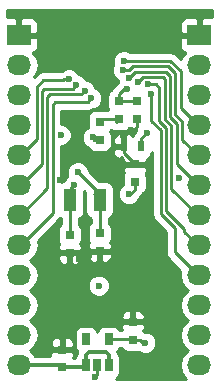
<source format=gbr>
G04 #@! TF.FileFunction,Copper,L4,Bot,Signal*
%FSLAX46Y46*%
G04 Gerber Fmt 4.6, Leading zero omitted, Abs format (unit mm)*
G04 Created by KiCad (PCBNEW 4.0.4-stable) date 06/20/17 22:04:30*
%MOMM*%
%LPD*%
G01*
G04 APERTURE LIST*
%ADD10C,0.100000*%
%ADD11R,2.032000X1.727200*%
%ADD12O,2.032000X1.727200*%
%ADD13R,0.750000X0.800000*%
%ADD14R,0.500000X0.900000*%
%ADD15R,0.650000X1.060000*%
%ADD16R,1.100000X1.900000*%
%ADD17C,0.600000*%
%ADD18C,0.350000*%
%ADD19C,0.250000*%
%ADD20C,0.254000*%
G04 APERTURE END LIST*
D10*
D11*
X27000000Y-20000000D03*
D12*
X27000000Y-22540000D03*
X27000000Y-25080000D03*
X27000000Y-27620000D03*
X27000000Y-30160000D03*
X27000000Y-32700000D03*
X27000000Y-35240000D03*
X27000000Y-37780000D03*
X27000000Y-40320000D03*
X27000000Y-42860000D03*
X27000000Y-45400000D03*
X27000000Y-47940000D03*
D11*
X42300000Y-20000000D03*
D12*
X42300000Y-22540000D03*
X42300000Y-25080000D03*
X42300000Y-27620000D03*
X42300000Y-30160000D03*
X42300000Y-32700000D03*
X42300000Y-35240000D03*
X42300000Y-37780000D03*
X42300000Y-40320000D03*
X42300000Y-42860000D03*
X42300000Y-45400000D03*
X42300000Y-47940000D03*
D13*
X30670500Y-48121000D03*
X30670500Y-46621000D03*
X36639500Y-45771500D03*
X36639500Y-44271500D03*
X36830000Y-32436500D03*
X36830000Y-30936500D03*
X37020500Y-25602500D03*
X37020500Y-27102500D03*
X31305500Y-38405500D03*
X31305500Y-36905500D03*
X33845500Y-38278500D03*
X33845500Y-36778500D03*
X33845500Y-27380500D03*
X33845500Y-28880500D03*
X35496500Y-25602500D03*
X35496500Y-27102500D03*
D14*
X35889500Y-29400500D03*
X37389500Y-29400500D03*
D15*
X34605000Y-47963000D03*
X33655000Y-47963000D03*
X32705000Y-47963000D03*
X32705000Y-45763000D03*
X34605000Y-45763000D03*
D16*
X33845500Y-33972500D03*
X31345500Y-33972500D03*
D17*
X30506500Y-32295000D03*
X40555480Y-32131000D03*
X37531500Y-34226500D03*
X35814000Y-28448000D03*
X35623500Y-43688000D03*
X33439500Y-48958500D03*
X29652500Y-46228000D03*
X32956500Y-38735000D03*
X32131000Y-38989000D03*
X36512500Y-28003500D03*
X30543500Y-28448000D03*
X36323020Y-33464500D03*
X37719000Y-46037500D03*
X33782000Y-41211500D03*
X37832500Y-28257500D03*
X36131500Y-24574500D03*
X31703999Y-32685001D03*
X32004000Y-31623000D03*
X33274000Y-28653998D03*
X35830847Y-22990517D03*
X35889143Y-22192642D03*
X36322000Y-23622000D03*
X37084000Y-24003000D03*
X37909500Y-24179000D03*
X38237000Y-24954000D03*
X31251500Y-23749000D03*
X31877000Y-24257000D03*
X32575500Y-24701500D03*
X33147000Y-25336500D03*
D18*
X32705000Y-47963000D02*
X32705000Y-47083000D01*
X32705000Y-47083000D02*
X32925000Y-46863000D01*
X32925000Y-46863000D02*
X34385000Y-46863000D01*
X34385000Y-46863000D02*
X34605000Y-47083000D01*
X34605000Y-47083000D02*
X34605000Y-47963000D01*
X30670500Y-48121000D02*
X32547000Y-48121000D01*
X32547000Y-48121000D02*
X32705000Y-47963000D01*
X27000000Y-47940000D02*
X30489500Y-47940000D01*
X30489500Y-47940000D02*
X30670500Y-48121000D01*
D19*
X35814000Y-28625000D02*
X35814000Y-28448000D01*
X35889500Y-29400500D02*
X35889500Y-28700500D01*
X35889500Y-28700500D02*
X35814000Y-28625000D01*
X35889500Y-29400500D02*
X35889500Y-29996000D01*
X35889500Y-29996000D02*
X36830000Y-30936500D01*
X35889500Y-29400500D02*
X35889500Y-29098000D01*
X35687000Y-43944000D02*
X35687000Y-43751500D01*
X35687000Y-43751500D02*
X35623500Y-43688000D01*
X36639500Y-44271500D02*
X36014500Y-44271500D01*
X36014500Y-44271500D02*
X35687000Y-43944000D01*
X33655000Y-47963000D02*
X33655000Y-48743000D01*
X33655000Y-48743000D02*
X33439500Y-48958500D01*
X30670500Y-46621000D02*
X30045500Y-46621000D01*
X30045500Y-46621000D02*
X29652500Y-46228000D01*
X32956500Y-38542500D02*
X32956500Y-38735000D01*
X33845500Y-38278500D02*
X33220500Y-38278500D01*
X33220500Y-38278500D02*
X32956500Y-38542500D01*
X32131000Y-38606000D02*
X32131000Y-38989000D01*
X31305500Y-38405500D02*
X31930500Y-38405500D01*
X31930500Y-38405500D02*
X32131000Y-38606000D01*
X36769500Y-28003500D02*
X36512500Y-28003500D01*
X37020500Y-27102500D02*
X37020500Y-27752500D01*
X37020500Y-27752500D02*
X36769500Y-28003500D01*
X36452000Y-33464500D02*
X36323020Y-33464500D01*
X36830000Y-32436500D02*
X36830000Y-33086500D01*
X36830000Y-33086500D02*
X36452000Y-33464500D01*
X37530500Y-46037500D02*
X37719000Y-46037500D01*
X36639500Y-45771500D02*
X37264500Y-45771500D01*
X37264500Y-45771500D02*
X37530500Y-46037500D01*
X34605000Y-45763000D02*
X36631000Y-45763000D01*
X36631000Y-45763000D02*
X36639500Y-45771500D01*
X37389500Y-29400500D02*
X37389500Y-28700500D01*
X37389500Y-28700500D02*
X37832500Y-28257500D01*
X35874500Y-24574500D02*
X36131500Y-24574500D01*
X35496500Y-25602500D02*
X35496500Y-24952500D01*
X35496500Y-24952500D02*
X35874500Y-24574500D01*
X37020500Y-25602500D02*
X35496500Y-25602500D01*
X31345500Y-33972500D02*
X31345500Y-33043500D01*
X31345500Y-33043500D02*
X31703999Y-32685001D01*
X31345500Y-33972500D02*
X31345500Y-36865500D01*
X31345500Y-36865500D02*
X31305500Y-36905500D01*
X32004000Y-31623000D02*
X33845500Y-33464500D01*
X33845500Y-33464500D02*
X33845500Y-33972500D01*
X33337500Y-33464500D02*
X33845500Y-33972500D01*
X33845500Y-33972500D02*
X33845500Y-36778500D01*
X35496500Y-27102500D02*
X34123500Y-27102500D01*
X34123500Y-27102500D02*
X33845500Y-27380500D01*
X35218500Y-27380500D02*
X35496500Y-27102500D01*
X35445000Y-27051000D02*
X35496500Y-27102500D01*
X35427491Y-27051000D02*
X35478991Y-27102500D01*
X33389000Y-28880500D02*
X33274000Y-28765500D01*
X33274000Y-28765500D02*
X33274000Y-28653998D01*
X33845500Y-28880500D02*
X33389000Y-28880500D01*
X40253490Y-26727990D02*
X40253490Y-23245100D01*
X36653609Y-22653981D02*
X39662371Y-22653981D01*
X39662371Y-22653981D02*
X40253490Y-23245100D01*
X35830847Y-22990517D02*
X36317073Y-22990517D01*
X36317073Y-22990517D02*
X36653609Y-22653981D01*
X40830500Y-27305000D02*
X40830500Y-28842900D01*
X40830500Y-28842900D02*
X42147600Y-30160000D01*
X42147600Y-30160000D02*
X42300000Y-30160000D01*
X40253490Y-26727990D02*
X40830500Y-27305000D01*
X35889143Y-22192642D02*
X39837442Y-22192642D01*
X39837442Y-22192642D02*
X40703500Y-23058700D01*
X40703500Y-23058700D02*
X40703500Y-26175900D01*
X40703500Y-26175900D02*
X42147600Y-27620000D01*
X42147600Y-27620000D02*
X42300000Y-27620000D01*
X39803480Y-23431500D02*
X39803480Y-26914390D01*
X37346601Y-23103989D02*
X39475969Y-23103989D01*
X39475969Y-23103989D02*
X39803480Y-23431500D01*
X36322000Y-23622000D02*
X36840010Y-23103990D01*
X36840010Y-23103990D02*
X37346601Y-23103989D01*
X40380490Y-27491400D02*
X40380490Y-30932890D01*
X40380490Y-30932890D02*
X42147600Y-32700000D01*
X42147600Y-32700000D02*
X42300000Y-32700000D01*
X39803480Y-26914390D02*
X40380490Y-27491400D01*
X37084000Y-24003000D02*
X37533001Y-23553999D01*
X37533001Y-23553999D02*
X39174999Y-23553999D01*
X39174999Y-23553999D02*
X39353470Y-23732470D01*
X39930480Y-33022880D02*
X42147600Y-35240000D01*
X39353470Y-23732470D02*
X39353471Y-27100791D01*
X39930480Y-27677800D02*
X39930480Y-33022880D01*
X39353471Y-27100791D02*
X39930480Y-27677800D01*
X42147600Y-35240000D02*
X42300000Y-35240000D01*
X41021000Y-36449000D02*
X41021000Y-36653400D01*
X41021000Y-36653400D02*
X42147600Y-37780000D01*
X42147600Y-37780000D02*
X42300000Y-37780000D01*
X39480470Y-34908470D02*
X41021000Y-36449000D01*
X39480470Y-27864200D02*
X39480470Y-34908470D01*
X38903462Y-27287192D02*
X39480470Y-27864200D01*
X38862000Y-24447500D02*
X38862000Y-27245728D01*
X38862000Y-27245728D02*
X38903462Y-27287192D01*
X38593500Y-24179000D02*
X38862000Y-24447500D01*
X37909500Y-24179000D02*
X38593500Y-24179000D01*
X42300000Y-40320000D02*
X42147600Y-40320000D01*
X42147600Y-40320000D02*
X40195500Y-38367900D01*
X40195500Y-38367900D02*
X40195500Y-36322000D01*
X40195500Y-36322000D02*
X39030460Y-35156960D01*
X39030460Y-28050600D02*
X38237000Y-27257140D01*
X39030460Y-35156960D02*
X39030460Y-28050600D01*
X38237000Y-27257140D02*
X38237000Y-24954000D01*
X28511500Y-24384000D02*
X28511500Y-28800900D01*
X28511500Y-28800900D02*
X27152400Y-30160000D01*
X27152400Y-30160000D02*
X27000000Y-30160000D01*
X29083000Y-23812500D02*
X28511500Y-24384000D01*
X30763736Y-23812500D02*
X29083000Y-23812500D01*
X31251500Y-23749000D02*
X30827236Y-23749000D01*
X30827236Y-23749000D02*
X30763736Y-23812500D01*
X28961510Y-24724488D02*
X28961510Y-30890890D01*
X28961510Y-30890890D02*
X27152400Y-32700000D01*
X27152400Y-32700000D02*
X27000000Y-32700000D01*
X29128999Y-24556999D02*
X28961510Y-24724488D01*
X31877000Y-24257000D02*
X31577001Y-24556999D01*
X31577001Y-24556999D02*
X29128999Y-24556999D01*
X29411520Y-25261980D02*
X29411520Y-32980880D01*
X29411520Y-32980880D02*
X27152400Y-35240000D01*
X27152400Y-35240000D02*
X27000000Y-35240000D01*
X32258000Y-25019000D02*
X29654500Y-25019000D01*
X29654500Y-25019000D02*
X29411520Y-25261980D01*
X32575500Y-24701500D02*
X32258000Y-25019000D01*
X29861530Y-25891470D02*
X29861530Y-35070870D01*
X29861530Y-35070870D02*
X27152400Y-37780000D01*
X27152400Y-37780000D02*
X27000000Y-37780000D01*
X32829500Y-25654000D02*
X30099000Y-25654000D01*
X30099000Y-25654000D02*
X29861530Y-25891470D01*
X33147000Y-25336500D02*
X32829500Y-25654000D01*
D20*
G36*
X43359000Y-18501400D02*
X42585750Y-18501400D01*
X42427000Y-18660150D01*
X42427000Y-19873000D01*
X42447000Y-19873000D01*
X42447000Y-20127000D01*
X42427000Y-20127000D01*
X42427000Y-20147000D01*
X42173000Y-20147000D01*
X42173000Y-20127000D01*
X40807750Y-20127000D01*
X40649000Y-20285750D01*
X40649000Y-20989910D01*
X40745673Y-21223299D01*
X40924302Y-21401927D01*
X41077780Y-21465500D01*
X41055585Y-21480330D01*
X40730729Y-21966511D01*
X40723327Y-22003725D01*
X40374843Y-21655241D01*
X40128281Y-21490494D01*
X39837442Y-21432642D01*
X36451606Y-21432642D01*
X36419470Y-21400450D01*
X36075942Y-21257804D01*
X35703976Y-21257480D01*
X35360200Y-21399525D01*
X35096951Y-21662315D01*
X34954305Y-22005843D01*
X34953981Y-22377809D01*
X35013275Y-22521312D01*
X34896009Y-22803718D01*
X34895685Y-23175684D01*
X35037730Y-23519460D01*
X35300520Y-23782709D01*
X35392516Y-23820909D01*
X35442290Y-23941371D01*
X35365211Y-24018315D01*
X35337099Y-24037099D01*
X34959099Y-24415099D01*
X34798140Y-24655992D01*
X34670059Y-24738410D01*
X34525069Y-24950610D01*
X34474060Y-25202500D01*
X34474060Y-26002500D01*
X34518338Y-26237817D01*
X34585700Y-26342500D01*
X34267116Y-26342500D01*
X34220500Y-26333060D01*
X33470500Y-26333060D01*
X33235183Y-26377338D01*
X33019059Y-26516410D01*
X32874069Y-26728610D01*
X32823060Y-26980500D01*
X32823060Y-27780500D01*
X32831467Y-27825177D01*
X32745057Y-27860881D01*
X32481808Y-28123671D01*
X32339162Y-28467199D01*
X32338838Y-28839165D01*
X32480883Y-29182941D01*
X32743673Y-29446190D01*
X32863608Y-29495991D01*
X32867338Y-29515817D01*
X33006410Y-29731941D01*
X33218610Y-29876931D01*
X33470500Y-29927940D01*
X34220500Y-29927940D01*
X34455817Y-29883662D01*
X34671941Y-29744590D01*
X34816931Y-29532390D01*
X34867940Y-29280500D01*
X34867940Y-28824190D01*
X35004500Y-28824190D01*
X35004500Y-29114750D01*
X35163250Y-29273500D01*
X35764500Y-29273500D01*
X35764500Y-28474250D01*
X35605750Y-28315500D01*
X35513191Y-28315500D01*
X35279802Y-28412173D01*
X35101173Y-28590801D01*
X35004500Y-28824190D01*
X34867940Y-28824190D01*
X34867940Y-28480500D01*
X34823662Y-28245183D01*
X34749880Y-28130522D01*
X34802702Y-28053215D01*
X34869610Y-28098931D01*
X35121500Y-28149940D01*
X35871500Y-28149940D01*
X36106817Y-28105662D01*
X36255172Y-28010198D01*
X36285801Y-28040827D01*
X36519190Y-28137500D01*
X36734750Y-28137500D01*
X36893498Y-27978752D01*
X36893498Y-28121700D01*
X36852099Y-28163099D01*
X36687352Y-28409661D01*
X36665526Y-28519389D01*
X36641531Y-28554506D01*
X36499198Y-28412173D01*
X36265809Y-28315500D01*
X36173250Y-28315500D01*
X36014500Y-28474250D01*
X36014500Y-29273500D01*
X36036500Y-29273500D01*
X36036500Y-29527500D01*
X36014500Y-29527500D01*
X36014500Y-29547500D01*
X35764500Y-29547500D01*
X35764500Y-29527500D01*
X35163250Y-29527500D01*
X35004500Y-29686250D01*
X35004500Y-29976810D01*
X35101173Y-30210199D01*
X35279802Y-30388827D01*
X35513191Y-30485500D01*
X35605750Y-30485500D01*
X35762498Y-30328752D01*
X35762498Y-30485500D01*
X35820000Y-30485500D01*
X35820000Y-30650750D01*
X35978750Y-30809500D01*
X36703000Y-30809500D01*
X36703000Y-30789500D01*
X36957000Y-30789500D01*
X36957000Y-30809500D01*
X37681250Y-30809500D01*
X37840000Y-30650750D01*
X37840000Y-30460213D01*
X37874817Y-30453662D01*
X38090941Y-30314590D01*
X38235931Y-30102390D01*
X38270460Y-29931881D01*
X38270460Y-35156960D01*
X38328312Y-35447799D01*
X38493059Y-35694361D01*
X39435500Y-36636802D01*
X39435500Y-38367900D01*
X39493352Y-38658739D01*
X39658099Y-38905301D01*
X40692334Y-39939536D01*
X40616655Y-40320000D01*
X40730729Y-40893489D01*
X41055585Y-41379670D01*
X41370366Y-41590000D01*
X41055585Y-41800330D01*
X40730729Y-42286511D01*
X40616655Y-42860000D01*
X40730729Y-43433489D01*
X41055585Y-43919670D01*
X41370366Y-44130000D01*
X41055585Y-44340330D01*
X40730729Y-44826511D01*
X40616655Y-45400000D01*
X40730729Y-45973489D01*
X41055585Y-46459670D01*
X41370366Y-46670000D01*
X41055585Y-46880330D01*
X40730729Y-47366511D01*
X40616655Y-47940000D01*
X40730729Y-48513489D01*
X41055585Y-48999670D01*
X41166828Y-49074000D01*
X35199758Y-49074000D01*
X35381441Y-48957090D01*
X35526431Y-48744890D01*
X35577440Y-48493000D01*
X35577440Y-47433000D01*
X35533162Y-47197683D01*
X35395150Y-46983206D01*
X35353720Y-46774928D01*
X35381441Y-46757090D01*
X35526431Y-46544890D01*
X35530864Y-46523000D01*
X35736100Y-46523000D01*
X35800410Y-46622941D01*
X36012610Y-46767931D01*
X36264500Y-46818940D01*
X37014500Y-46818940D01*
X37152095Y-46793050D01*
X37188673Y-46829692D01*
X37532201Y-46972338D01*
X37904167Y-46972662D01*
X38247943Y-46830617D01*
X38511192Y-46567827D01*
X38653838Y-46224299D01*
X38654162Y-45852333D01*
X38512117Y-45508557D01*
X38249327Y-45245308D01*
X37905799Y-45102662D01*
X37604799Y-45102400D01*
X37589229Y-45091996D01*
X37551171Y-45032854D01*
X37552827Y-45031198D01*
X37649500Y-44797809D01*
X37649500Y-44557250D01*
X37490750Y-44398500D01*
X36766500Y-44398500D01*
X36766500Y-44418500D01*
X36512500Y-44418500D01*
X36512500Y-44398500D01*
X35788250Y-44398500D01*
X35629500Y-44557250D01*
X35629500Y-44797809D01*
X35714493Y-45003000D01*
X35534162Y-45003000D01*
X35533162Y-44997683D01*
X35394090Y-44781559D01*
X35181890Y-44636569D01*
X34930000Y-44585560D01*
X34280000Y-44585560D01*
X34044683Y-44629838D01*
X33828559Y-44768910D01*
X33683569Y-44981110D01*
X33655824Y-45118120D01*
X33633162Y-44997683D01*
X33494090Y-44781559D01*
X33281890Y-44636569D01*
X33030000Y-44585560D01*
X32380000Y-44585560D01*
X32144683Y-44629838D01*
X31928559Y-44768910D01*
X31783569Y-44981110D01*
X31732560Y-45233000D01*
X31732560Y-46293000D01*
X31776838Y-46528317D01*
X31915910Y-46744441D01*
X31956999Y-46772516D01*
X31956658Y-46773026D01*
X31913232Y-46991342D01*
X31783569Y-47181110D01*
X31757266Y-47311000D01*
X31612697Y-47311000D01*
X31680500Y-47147309D01*
X31680500Y-46906750D01*
X31521750Y-46748000D01*
X30797500Y-46748000D01*
X30797500Y-46768000D01*
X30543500Y-46768000D01*
X30543500Y-46748000D01*
X29819250Y-46748000D01*
X29660500Y-46906750D01*
X29660500Y-47130000D01*
X28411239Y-47130000D01*
X28244415Y-46880330D01*
X27929634Y-46670000D01*
X28244415Y-46459670D01*
X28488286Y-46094691D01*
X29660500Y-46094691D01*
X29660500Y-46335250D01*
X29819250Y-46494000D01*
X30543500Y-46494000D01*
X30543500Y-45744750D01*
X30797500Y-45744750D01*
X30797500Y-46494000D01*
X31521750Y-46494000D01*
X31680500Y-46335250D01*
X31680500Y-46094691D01*
X31583827Y-45861302D01*
X31405199Y-45682673D01*
X31171810Y-45586000D01*
X30956250Y-45586000D01*
X30797500Y-45744750D01*
X30543500Y-45744750D01*
X30384750Y-45586000D01*
X30169190Y-45586000D01*
X29935801Y-45682673D01*
X29757173Y-45861302D01*
X29660500Y-46094691D01*
X28488286Y-46094691D01*
X28569271Y-45973489D01*
X28683345Y-45400000D01*
X28569271Y-44826511D01*
X28244415Y-44340330D01*
X27929634Y-44130000D01*
X28244415Y-43919670D01*
X28360998Y-43745191D01*
X35629500Y-43745191D01*
X35629500Y-43985750D01*
X35788250Y-44144500D01*
X36512500Y-44144500D01*
X36512500Y-43395250D01*
X36766500Y-43395250D01*
X36766500Y-44144500D01*
X37490750Y-44144500D01*
X37649500Y-43985750D01*
X37649500Y-43745191D01*
X37552827Y-43511802D01*
X37374199Y-43333173D01*
X37140810Y-43236500D01*
X36925250Y-43236500D01*
X36766500Y-43395250D01*
X36512500Y-43395250D01*
X36353750Y-43236500D01*
X36138190Y-43236500D01*
X35904801Y-43333173D01*
X35726173Y-43511802D01*
X35629500Y-43745191D01*
X28360998Y-43745191D01*
X28569271Y-43433489D01*
X28683345Y-42860000D01*
X28569271Y-42286511D01*
X28244415Y-41800330D01*
X27929634Y-41590000D01*
X28218977Y-41396667D01*
X32846838Y-41396667D01*
X32988883Y-41740443D01*
X33251673Y-42003692D01*
X33595201Y-42146338D01*
X33967167Y-42146662D01*
X34310943Y-42004617D01*
X34574192Y-41741827D01*
X34716838Y-41398299D01*
X34717162Y-41026333D01*
X34575117Y-40682557D01*
X34312327Y-40419308D01*
X33968799Y-40276662D01*
X33596833Y-40276338D01*
X33253057Y-40418383D01*
X32989808Y-40681173D01*
X32847162Y-41024701D01*
X32846838Y-41396667D01*
X28218977Y-41396667D01*
X28244415Y-41379670D01*
X28569271Y-40893489D01*
X28683345Y-40320000D01*
X28569271Y-39746511D01*
X28244415Y-39260330D01*
X27929634Y-39050000D01*
X28244415Y-38839670D01*
X28343586Y-38691250D01*
X30295500Y-38691250D01*
X30295500Y-38931809D01*
X30392173Y-39165198D01*
X30570801Y-39343827D01*
X30804190Y-39440500D01*
X31019750Y-39440500D01*
X31178500Y-39281750D01*
X31178500Y-38532500D01*
X31432500Y-38532500D01*
X31432500Y-39281750D01*
X31591250Y-39440500D01*
X31806810Y-39440500D01*
X32040199Y-39343827D01*
X32218827Y-39165198D01*
X32315500Y-38931809D01*
X32315500Y-38691250D01*
X32188500Y-38564250D01*
X32835500Y-38564250D01*
X32835500Y-38804809D01*
X32932173Y-39038198D01*
X33110801Y-39216827D01*
X33344190Y-39313500D01*
X33559750Y-39313500D01*
X33718500Y-39154750D01*
X33718500Y-38405500D01*
X33972500Y-38405500D01*
X33972500Y-39154750D01*
X34131250Y-39313500D01*
X34346810Y-39313500D01*
X34580199Y-39216827D01*
X34758827Y-39038198D01*
X34855500Y-38804809D01*
X34855500Y-38564250D01*
X34696750Y-38405500D01*
X33972500Y-38405500D01*
X33718500Y-38405500D01*
X32994250Y-38405500D01*
X32835500Y-38564250D01*
X32188500Y-38564250D01*
X32156750Y-38532500D01*
X31432500Y-38532500D01*
X31178500Y-38532500D01*
X30454250Y-38532500D01*
X30295500Y-38691250D01*
X28343586Y-38691250D01*
X28569271Y-38353489D01*
X28683345Y-37780000D01*
X28607666Y-37399536D01*
X30398931Y-35608271D01*
X30485264Y-35479065D01*
X30543610Y-35518931D01*
X30585500Y-35527414D01*
X30585500Y-35972917D01*
X30479059Y-36041410D01*
X30334069Y-36253610D01*
X30283060Y-36505500D01*
X30283060Y-37305500D01*
X30327338Y-37540817D01*
X30393829Y-37644146D01*
X30392173Y-37645802D01*
X30295500Y-37879191D01*
X30295500Y-38119750D01*
X30454250Y-38278500D01*
X31178500Y-38278500D01*
X31178500Y-38258500D01*
X31432500Y-38258500D01*
X31432500Y-38278500D01*
X32156750Y-38278500D01*
X32315500Y-38119750D01*
X32315500Y-37879191D01*
X32218827Y-37645802D01*
X32217457Y-37644432D01*
X32276931Y-37557390D01*
X32327940Y-37305500D01*
X32327940Y-36505500D01*
X32283662Y-36270183D01*
X32144590Y-36054059D01*
X32105500Y-36027350D01*
X32105500Y-35530426D01*
X32130817Y-35525662D01*
X32346941Y-35386590D01*
X32491931Y-35174390D01*
X32542940Y-34922500D01*
X32542940Y-33236742D01*
X32609554Y-33303356D01*
X32577500Y-33464500D01*
X32635352Y-33755339D01*
X32648060Y-33774358D01*
X32648060Y-34922500D01*
X32692338Y-35157817D01*
X32831410Y-35373941D01*
X33043610Y-35518931D01*
X33085500Y-35527414D01*
X33085500Y-35871656D01*
X33019059Y-35914410D01*
X32874069Y-36126610D01*
X32823060Y-36378500D01*
X32823060Y-37178500D01*
X32867338Y-37413817D01*
X32933829Y-37517146D01*
X32932173Y-37518802D01*
X32835500Y-37752191D01*
X32835500Y-37992750D01*
X32994250Y-38151500D01*
X33718500Y-38151500D01*
X33718500Y-38131500D01*
X33972500Y-38131500D01*
X33972500Y-38151500D01*
X34696750Y-38151500D01*
X34855500Y-37992750D01*
X34855500Y-37752191D01*
X34758827Y-37518802D01*
X34757457Y-37517432D01*
X34816931Y-37430390D01*
X34867940Y-37178500D01*
X34867940Y-36378500D01*
X34823662Y-36143183D01*
X34684590Y-35927059D01*
X34605500Y-35873019D01*
X34605500Y-35530426D01*
X34630817Y-35525662D01*
X34846941Y-35386590D01*
X34991931Y-35174390D01*
X35042940Y-34922500D01*
X35042940Y-33649667D01*
X35387858Y-33649667D01*
X35529903Y-33993443D01*
X35792693Y-34256692D01*
X36136221Y-34399338D01*
X36508187Y-34399662D01*
X36851963Y-34257617D01*
X37115212Y-33994827D01*
X37199527Y-33791775D01*
X37367401Y-33623901D01*
X37528360Y-33383008D01*
X37656441Y-33300590D01*
X37801431Y-33088390D01*
X37852440Y-32836500D01*
X37852440Y-32036500D01*
X37808162Y-31801183D01*
X37741671Y-31697854D01*
X37743327Y-31696198D01*
X37840000Y-31462809D01*
X37840000Y-31222250D01*
X37681250Y-31063500D01*
X36957000Y-31063500D01*
X36957000Y-31083500D01*
X36703000Y-31083500D01*
X36703000Y-31063500D01*
X35978750Y-31063500D01*
X35820000Y-31222250D01*
X35820000Y-31462809D01*
X35916673Y-31696198D01*
X35918043Y-31697568D01*
X35858569Y-31784610D01*
X35807560Y-32036500D01*
X35807560Y-32665812D01*
X35794077Y-32671383D01*
X35530828Y-32934173D01*
X35388182Y-33277701D01*
X35387858Y-33649667D01*
X35042940Y-33649667D01*
X35042940Y-33022500D01*
X34998662Y-32787183D01*
X34859590Y-32571059D01*
X34647390Y-32426069D01*
X34395500Y-32375060D01*
X33830862Y-32375060D01*
X32939122Y-31483320D01*
X32939162Y-31437833D01*
X32797117Y-31094057D01*
X32534327Y-30830808D01*
X32190799Y-30688162D01*
X31818833Y-30687838D01*
X31475057Y-30829883D01*
X31211808Y-31092673D01*
X31069162Y-31436201D01*
X31068838Y-31808167D01*
X31124346Y-31942506D01*
X30911807Y-32154674D01*
X30820294Y-32375060D01*
X30795500Y-32375060D01*
X30621530Y-32407795D01*
X30621530Y-29383069D01*
X30728667Y-29383162D01*
X31072443Y-29241117D01*
X31335692Y-28978327D01*
X31478338Y-28634799D01*
X31478662Y-28262833D01*
X31336617Y-27919057D01*
X31073827Y-27655808D01*
X30730299Y-27513162D01*
X30621530Y-27513067D01*
X30621530Y-26414000D01*
X32829500Y-26414000D01*
X33120339Y-26356148D01*
X33246893Y-26271588D01*
X33332167Y-26271662D01*
X33675943Y-26129617D01*
X33939192Y-25866827D01*
X34081838Y-25523299D01*
X34082162Y-25151333D01*
X33940117Y-24807557D01*
X33677327Y-24544308D01*
X33490098Y-24466563D01*
X33368617Y-24172557D01*
X33105827Y-23909308D01*
X32762299Y-23766662D01*
X32686041Y-23766596D01*
X32670117Y-23728057D01*
X32407327Y-23464808D01*
X32091571Y-23333694D01*
X32044617Y-23220057D01*
X31781827Y-22956808D01*
X31438299Y-22814162D01*
X31066333Y-22813838D01*
X30722557Y-22955883D01*
X30655078Y-23023245D01*
X30536397Y-23046852D01*
X30527944Y-23052500D01*
X29083000Y-23052500D01*
X28792161Y-23110352D01*
X28545599Y-23275099D01*
X28291509Y-23529189D01*
X28569271Y-23113489D01*
X28683345Y-22540000D01*
X28569271Y-21966511D01*
X28244415Y-21480330D01*
X28222220Y-21465500D01*
X28375698Y-21401927D01*
X28554327Y-21223299D01*
X28651000Y-20989910D01*
X28651000Y-20285750D01*
X28492250Y-20127000D01*
X27127000Y-20127000D01*
X27127000Y-20147000D01*
X26873000Y-20147000D01*
X26873000Y-20127000D01*
X26853000Y-20127000D01*
X26853000Y-19873000D01*
X26873000Y-19873000D01*
X26873000Y-18660150D01*
X27127000Y-18660150D01*
X27127000Y-19873000D01*
X28492250Y-19873000D01*
X28651000Y-19714250D01*
X28651000Y-19010090D01*
X40649000Y-19010090D01*
X40649000Y-19714250D01*
X40807750Y-19873000D01*
X42173000Y-19873000D01*
X42173000Y-18660150D01*
X42014250Y-18501400D01*
X41157691Y-18501400D01*
X40924302Y-18598073D01*
X40745673Y-18776701D01*
X40649000Y-19010090D01*
X28651000Y-19010090D01*
X28554327Y-18776701D01*
X28375698Y-18598073D01*
X28142309Y-18501400D01*
X27285750Y-18501400D01*
X27127000Y-18660150D01*
X26873000Y-18660150D01*
X26714250Y-18501400D01*
X25983000Y-18501400D01*
X25983000Y-17907000D01*
X43359000Y-17907000D01*
X43359000Y-18501400D01*
X43359000Y-18501400D01*
G37*
X43359000Y-18501400D02*
X42585750Y-18501400D01*
X42427000Y-18660150D01*
X42427000Y-19873000D01*
X42447000Y-19873000D01*
X42447000Y-20127000D01*
X42427000Y-20127000D01*
X42427000Y-20147000D01*
X42173000Y-20147000D01*
X42173000Y-20127000D01*
X40807750Y-20127000D01*
X40649000Y-20285750D01*
X40649000Y-20989910D01*
X40745673Y-21223299D01*
X40924302Y-21401927D01*
X41077780Y-21465500D01*
X41055585Y-21480330D01*
X40730729Y-21966511D01*
X40723327Y-22003725D01*
X40374843Y-21655241D01*
X40128281Y-21490494D01*
X39837442Y-21432642D01*
X36451606Y-21432642D01*
X36419470Y-21400450D01*
X36075942Y-21257804D01*
X35703976Y-21257480D01*
X35360200Y-21399525D01*
X35096951Y-21662315D01*
X34954305Y-22005843D01*
X34953981Y-22377809D01*
X35013275Y-22521312D01*
X34896009Y-22803718D01*
X34895685Y-23175684D01*
X35037730Y-23519460D01*
X35300520Y-23782709D01*
X35392516Y-23820909D01*
X35442290Y-23941371D01*
X35365211Y-24018315D01*
X35337099Y-24037099D01*
X34959099Y-24415099D01*
X34798140Y-24655992D01*
X34670059Y-24738410D01*
X34525069Y-24950610D01*
X34474060Y-25202500D01*
X34474060Y-26002500D01*
X34518338Y-26237817D01*
X34585700Y-26342500D01*
X34267116Y-26342500D01*
X34220500Y-26333060D01*
X33470500Y-26333060D01*
X33235183Y-26377338D01*
X33019059Y-26516410D01*
X32874069Y-26728610D01*
X32823060Y-26980500D01*
X32823060Y-27780500D01*
X32831467Y-27825177D01*
X32745057Y-27860881D01*
X32481808Y-28123671D01*
X32339162Y-28467199D01*
X32338838Y-28839165D01*
X32480883Y-29182941D01*
X32743673Y-29446190D01*
X32863608Y-29495991D01*
X32867338Y-29515817D01*
X33006410Y-29731941D01*
X33218610Y-29876931D01*
X33470500Y-29927940D01*
X34220500Y-29927940D01*
X34455817Y-29883662D01*
X34671941Y-29744590D01*
X34816931Y-29532390D01*
X34867940Y-29280500D01*
X34867940Y-28824190D01*
X35004500Y-28824190D01*
X35004500Y-29114750D01*
X35163250Y-29273500D01*
X35764500Y-29273500D01*
X35764500Y-28474250D01*
X35605750Y-28315500D01*
X35513191Y-28315500D01*
X35279802Y-28412173D01*
X35101173Y-28590801D01*
X35004500Y-28824190D01*
X34867940Y-28824190D01*
X34867940Y-28480500D01*
X34823662Y-28245183D01*
X34749880Y-28130522D01*
X34802702Y-28053215D01*
X34869610Y-28098931D01*
X35121500Y-28149940D01*
X35871500Y-28149940D01*
X36106817Y-28105662D01*
X36255172Y-28010198D01*
X36285801Y-28040827D01*
X36519190Y-28137500D01*
X36734750Y-28137500D01*
X36893498Y-27978752D01*
X36893498Y-28121700D01*
X36852099Y-28163099D01*
X36687352Y-28409661D01*
X36665526Y-28519389D01*
X36641531Y-28554506D01*
X36499198Y-28412173D01*
X36265809Y-28315500D01*
X36173250Y-28315500D01*
X36014500Y-28474250D01*
X36014500Y-29273500D01*
X36036500Y-29273500D01*
X36036500Y-29527500D01*
X36014500Y-29527500D01*
X36014500Y-29547500D01*
X35764500Y-29547500D01*
X35764500Y-29527500D01*
X35163250Y-29527500D01*
X35004500Y-29686250D01*
X35004500Y-29976810D01*
X35101173Y-30210199D01*
X35279802Y-30388827D01*
X35513191Y-30485500D01*
X35605750Y-30485500D01*
X35762498Y-30328752D01*
X35762498Y-30485500D01*
X35820000Y-30485500D01*
X35820000Y-30650750D01*
X35978750Y-30809500D01*
X36703000Y-30809500D01*
X36703000Y-30789500D01*
X36957000Y-30789500D01*
X36957000Y-30809500D01*
X37681250Y-30809500D01*
X37840000Y-30650750D01*
X37840000Y-30460213D01*
X37874817Y-30453662D01*
X38090941Y-30314590D01*
X38235931Y-30102390D01*
X38270460Y-29931881D01*
X38270460Y-35156960D01*
X38328312Y-35447799D01*
X38493059Y-35694361D01*
X39435500Y-36636802D01*
X39435500Y-38367900D01*
X39493352Y-38658739D01*
X39658099Y-38905301D01*
X40692334Y-39939536D01*
X40616655Y-40320000D01*
X40730729Y-40893489D01*
X41055585Y-41379670D01*
X41370366Y-41590000D01*
X41055585Y-41800330D01*
X40730729Y-42286511D01*
X40616655Y-42860000D01*
X40730729Y-43433489D01*
X41055585Y-43919670D01*
X41370366Y-44130000D01*
X41055585Y-44340330D01*
X40730729Y-44826511D01*
X40616655Y-45400000D01*
X40730729Y-45973489D01*
X41055585Y-46459670D01*
X41370366Y-46670000D01*
X41055585Y-46880330D01*
X40730729Y-47366511D01*
X40616655Y-47940000D01*
X40730729Y-48513489D01*
X41055585Y-48999670D01*
X41166828Y-49074000D01*
X35199758Y-49074000D01*
X35381441Y-48957090D01*
X35526431Y-48744890D01*
X35577440Y-48493000D01*
X35577440Y-47433000D01*
X35533162Y-47197683D01*
X35395150Y-46983206D01*
X35353720Y-46774928D01*
X35381441Y-46757090D01*
X35526431Y-46544890D01*
X35530864Y-46523000D01*
X35736100Y-46523000D01*
X35800410Y-46622941D01*
X36012610Y-46767931D01*
X36264500Y-46818940D01*
X37014500Y-46818940D01*
X37152095Y-46793050D01*
X37188673Y-46829692D01*
X37532201Y-46972338D01*
X37904167Y-46972662D01*
X38247943Y-46830617D01*
X38511192Y-46567827D01*
X38653838Y-46224299D01*
X38654162Y-45852333D01*
X38512117Y-45508557D01*
X38249327Y-45245308D01*
X37905799Y-45102662D01*
X37604799Y-45102400D01*
X37589229Y-45091996D01*
X37551171Y-45032854D01*
X37552827Y-45031198D01*
X37649500Y-44797809D01*
X37649500Y-44557250D01*
X37490750Y-44398500D01*
X36766500Y-44398500D01*
X36766500Y-44418500D01*
X36512500Y-44418500D01*
X36512500Y-44398500D01*
X35788250Y-44398500D01*
X35629500Y-44557250D01*
X35629500Y-44797809D01*
X35714493Y-45003000D01*
X35534162Y-45003000D01*
X35533162Y-44997683D01*
X35394090Y-44781559D01*
X35181890Y-44636569D01*
X34930000Y-44585560D01*
X34280000Y-44585560D01*
X34044683Y-44629838D01*
X33828559Y-44768910D01*
X33683569Y-44981110D01*
X33655824Y-45118120D01*
X33633162Y-44997683D01*
X33494090Y-44781559D01*
X33281890Y-44636569D01*
X33030000Y-44585560D01*
X32380000Y-44585560D01*
X32144683Y-44629838D01*
X31928559Y-44768910D01*
X31783569Y-44981110D01*
X31732560Y-45233000D01*
X31732560Y-46293000D01*
X31776838Y-46528317D01*
X31915910Y-46744441D01*
X31956999Y-46772516D01*
X31956658Y-46773026D01*
X31913232Y-46991342D01*
X31783569Y-47181110D01*
X31757266Y-47311000D01*
X31612697Y-47311000D01*
X31680500Y-47147309D01*
X31680500Y-46906750D01*
X31521750Y-46748000D01*
X30797500Y-46748000D01*
X30797500Y-46768000D01*
X30543500Y-46768000D01*
X30543500Y-46748000D01*
X29819250Y-46748000D01*
X29660500Y-46906750D01*
X29660500Y-47130000D01*
X28411239Y-47130000D01*
X28244415Y-46880330D01*
X27929634Y-46670000D01*
X28244415Y-46459670D01*
X28488286Y-46094691D01*
X29660500Y-46094691D01*
X29660500Y-46335250D01*
X29819250Y-46494000D01*
X30543500Y-46494000D01*
X30543500Y-45744750D01*
X30797500Y-45744750D01*
X30797500Y-46494000D01*
X31521750Y-46494000D01*
X31680500Y-46335250D01*
X31680500Y-46094691D01*
X31583827Y-45861302D01*
X31405199Y-45682673D01*
X31171810Y-45586000D01*
X30956250Y-45586000D01*
X30797500Y-45744750D01*
X30543500Y-45744750D01*
X30384750Y-45586000D01*
X30169190Y-45586000D01*
X29935801Y-45682673D01*
X29757173Y-45861302D01*
X29660500Y-46094691D01*
X28488286Y-46094691D01*
X28569271Y-45973489D01*
X28683345Y-45400000D01*
X28569271Y-44826511D01*
X28244415Y-44340330D01*
X27929634Y-44130000D01*
X28244415Y-43919670D01*
X28360998Y-43745191D01*
X35629500Y-43745191D01*
X35629500Y-43985750D01*
X35788250Y-44144500D01*
X36512500Y-44144500D01*
X36512500Y-43395250D01*
X36766500Y-43395250D01*
X36766500Y-44144500D01*
X37490750Y-44144500D01*
X37649500Y-43985750D01*
X37649500Y-43745191D01*
X37552827Y-43511802D01*
X37374199Y-43333173D01*
X37140810Y-43236500D01*
X36925250Y-43236500D01*
X36766500Y-43395250D01*
X36512500Y-43395250D01*
X36353750Y-43236500D01*
X36138190Y-43236500D01*
X35904801Y-43333173D01*
X35726173Y-43511802D01*
X35629500Y-43745191D01*
X28360998Y-43745191D01*
X28569271Y-43433489D01*
X28683345Y-42860000D01*
X28569271Y-42286511D01*
X28244415Y-41800330D01*
X27929634Y-41590000D01*
X28218977Y-41396667D01*
X32846838Y-41396667D01*
X32988883Y-41740443D01*
X33251673Y-42003692D01*
X33595201Y-42146338D01*
X33967167Y-42146662D01*
X34310943Y-42004617D01*
X34574192Y-41741827D01*
X34716838Y-41398299D01*
X34717162Y-41026333D01*
X34575117Y-40682557D01*
X34312327Y-40419308D01*
X33968799Y-40276662D01*
X33596833Y-40276338D01*
X33253057Y-40418383D01*
X32989808Y-40681173D01*
X32847162Y-41024701D01*
X32846838Y-41396667D01*
X28218977Y-41396667D01*
X28244415Y-41379670D01*
X28569271Y-40893489D01*
X28683345Y-40320000D01*
X28569271Y-39746511D01*
X28244415Y-39260330D01*
X27929634Y-39050000D01*
X28244415Y-38839670D01*
X28343586Y-38691250D01*
X30295500Y-38691250D01*
X30295500Y-38931809D01*
X30392173Y-39165198D01*
X30570801Y-39343827D01*
X30804190Y-39440500D01*
X31019750Y-39440500D01*
X31178500Y-39281750D01*
X31178500Y-38532500D01*
X31432500Y-38532500D01*
X31432500Y-39281750D01*
X31591250Y-39440500D01*
X31806810Y-39440500D01*
X32040199Y-39343827D01*
X32218827Y-39165198D01*
X32315500Y-38931809D01*
X32315500Y-38691250D01*
X32188500Y-38564250D01*
X32835500Y-38564250D01*
X32835500Y-38804809D01*
X32932173Y-39038198D01*
X33110801Y-39216827D01*
X33344190Y-39313500D01*
X33559750Y-39313500D01*
X33718500Y-39154750D01*
X33718500Y-38405500D01*
X33972500Y-38405500D01*
X33972500Y-39154750D01*
X34131250Y-39313500D01*
X34346810Y-39313500D01*
X34580199Y-39216827D01*
X34758827Y-39038198D01*
X34855500Y-38804809D01*
X34855500Y-38564250D01*
X34696750Y-38405500D01*
X33972500Y-38405500D01*
X33718500Y-38405500D01*
X32994250Y-38405500D01*
X32835500Y-38564250D01*
X32188500Y-38564250D01*
X32156750Y-38532500D01*
X31432500Y-38532500D01*
X31178500Y-38532500D01*
X30454250Y-38532500D01*
X30295500Y-38691250D01*
X28343586Y-38691250D01*
X28569271Y-38353489D01*
X28683345Y-37780000D01*
X28607666Y-37399536D01*
X30398931Y-35608271D01*
X30485264Y-35479065D01*
X30543610Y-35518931D01*
X30585500Y-35527414D01*
X30585500Y-35972917D01*
X30479059Y-36041410D01*
X30334069Y-36253610D01*
X30283060Y-36505500D01*
X30283060Y-37305500D01*
X30327338Y-37540817D01*
X30393829Y-37644146D01*
X30392173Y-37645802D01*
X30295500Y-37879191D01*
X30295500Y-38119750D01*
X30454250Y-38278500D01*
X31178500Y-38278500D01*
X31178500Y-38258500D01*
X31432500Y-38258500D01*
X31432500Y-38278500D01*
X32156750Y-38278500D01*
X32315500Y-38119750D01*
X32315500Y-37879191D01*
X32218827Y-37645802D01*
X32217457Y-37644432D01*
X32276931Y-37557390D01*
X32327940Y-37305500D01*
X32327940Y-36505500D01*
X32283662Y-36270183D01*
X32144590Y-36054059D01*
X32105500Y-36027350D01*
X32105500Y-35530426D01*
X32130817Y-35525662D01*
X32346941Y-35386590D01*
X32491931Y-35174390D01*
X32542940Y-34922500D01*
X32542940Y-33236742D01*
X32609554Y-33303356D01*
X32577500Y-33464500D01*
X32635352Y-33755339D01*
X32648060Y-33774358D01*
X32648060Y-34922500D01*
X32692338Y-35157817D01*
X32831410Y-35373941D01*
X33043610Y-35518931D01*
X33085500Y-35527414D01*
X33085500Y-35871656D01*
X33019059Y-35914410D01*
X32874069Y-36126610D01*
X32823060Y-36378500D01*
X32823060Y-37178500D01*
X32867338Y-37413817D01*
X32933829Y-37517146D01*
X32932173Y-37518802D01*
X32835500Y-37752191D01*
X32835500Y-37992750D01*
X32994250Y-38151500D01*
X33718500Y-38151500D01*
X33718500Y-38131500D01*
X33972500Y-38131500D01*
X33972500Y-38151500D01*
X34696750Y-38151500D01*
X34855500Y-37992750D01*
X34855500Y-37752191D01*
X34758827Y-37518802D01*
X34757457Y-37517432D01*
X34816931Y-37430390D01*
X34867940Y-37178500D01*
X34867940Y-36378500D01*
X34823662Y-36143183D01*
X34684590Y-35927059D01*
X34605500Y-35873019D01*
X34605500Y-35530426D01*
X34630817Y-35525662D01*
X34846941Y-35386590D01*
X34991931Y-35174390D01*
X35042940Y-34922500D01*
X35042940Y-33649667D01*
X35387858Y-33649667D01*
X35529903Y-33993443D01*
X35792693Y-34256692D01*
X36136221Y-34399338D01*
X36508187Y-34399662D01*
X36851963Y-34257617D01*
X37115212Y-33994827D01*
X37199527Y-33791775D01*
X37367401Y-33623901D01*
X37528360Y-33383008D01*
X37656441Y-33300590D01*
X37801431Y-33088390D01*
X37852440Y-32836500D01*
X37852440Y-32036500D01*
X37808162Y-31801183D01*
X37741671Y-31697854D01*
X37743327Y-31696198D01*
X37840000Y-31462809D01*
X37840000Y-31222250D01*
X37681250Y-31063500D01*
X36957000Y-31063500D01*
X36957000Y-31083500D01*
X36703000Y-31083500D01*
X36703000Y-31063500D01*
X35978750Y-31063500D01*
X35820000Y-31222250D01*
X35820000Y-31462809D01*
X35916673Y-31696198D01*
X35918043Y-31697568D01*
X35858569Y-31784610D01*
X35807560Y-32036500D01*
X35807560Y-32665812D01*
X35794077Y-32671383D01*
X35530828Y-32934173D01*
X35388182Y-33277701D01*
X35387858Y-33649667D01*
X35042940Y-33649667D01*
X35042940Y-33022500D01*
X34998662Y-32787183D01*
X34859590Y-32571059D01*
X34647390Y-32426069D01*
X34395500Y-32375060D01*
X33830862Y-32375060D01*
X32939122Y-31483320D01*
X32939162Y-31437833D01*
X32797117Y-31094057D01*
X32534327Y-30830808D01*
X32190799Y-30688162D01*
X31818833Y-30687838D01*
X31475057Y-30829883D01*
X31211808Y-31092673D01*
X31069162Y-31436201D01*
X31068838Y-31808167D01*
X31124346Y-31942506D01*
X30911807Y-32154674D01*
X30820294Y-32375060D01*
X30795500Y-32375060D01*
X30621530Y-32407795D01*
X30621530Y-29383069D01*
X30728667Y-29383162D01*
X31072443Y-29241117D01*
X31335692Y-28978327D01*
X31478338Y-28634799D01*
X31478662Y-28262833D01*
X31336617Y-27919057D01*
X31073827Y-27655808D01*
X30730299Y-27513162D01*
X30621530Y-27513067D01*
X30621530Y-26414000D01*
X32829500Y-26414000D01*
X33120339Y-26356148D01*
X33246893Y-26271588D01*
X33332167Y-26271662D01*
X33675943Y-26129617D01*
X33939192Y-25866827D01*
X34081838Y-25523299D01*
X34082162Y-25151333D01*
X33940117Y-24807557D01*
X33677327Y-24544308D01*
X33490098Y-24466563D01*
X33368617Y-24172557D01*
X33105827Y-23909308D01*
X32762299Y-23766662D01*
X32686041Y-23766596D01*
X32670117Y-23728057D01*
X32407327Y-23464808D01*
X32091571Y-23333694D01*
X32044617Y-23220057D01*
X31781827Y-22956808D01*
X31438299Y-22814162D01*
X31066333Y-22813838D01*
X30722557Y-22955883D01*
X30655078Y-23023245D01*
X30536397Y-23046852D01*
X30527944Y-23052500D01*
X29083000Y-23052500D01*
X28792161Y-23110352D01*
X28545599Y-23275099D01*
X28291509Y-23529189D01*
X28569271Y-23113489D01*
X28683345Y-22540000D01*
X28569271Y-21966511D01*
X28244415Y-21480330D01*
X28222220Y-21465500D01*
X28375698Y-21401927D01*
X28554327Y-21223299D01*
X28651000Y-20989910D01*
X28651000Y-20285750D01*
X28492250Y-20127000D01*
X27127000Y-20127000D01*
X27127000Y-20147000D01*
X26873000Y-20147000D01*
X26873000Y-20127000D01*
X26853000Y-20127000D01*
X26853000Y-19873000D01*
X26873000Y-19873000D01*
X26873000Y-18660150D01*
X27127000Y-18660150D01*
X27127000Y-19873000D01*
X28492250Y-19873000D01*
X28651000Y-19714250D01*
X28651000Y-19010090D01*
X40649000Y-19010090D01*
X40649000Y-19714250D01*
X40807750Y-19873000D01*
X42173000Y-19873000D01*
X42173000Y-18660150D01*
X42014250Y-18501400D01*
X41157691Y-18501400D01*
X40924302Y-18598073D01*
X40745673Y-18776701D01*
X40649000Y-19010090D01*
X28651000Y-19010090D01*
X28554327Y-18776701D01*
X28375698Y-18598073D01*
X28142309Y-18501400D01*
X27285750Y-18501400D01*
X27127000Y-18660150D01*
X26873000Y-18660150D01*
X26714250Y-18501400D01*
X25983000Y-18501400D01*
X25983000Y-17907000D01*
X43359000Y-17907000D01*
X43359000Y-18501400D01*
G36*
X37147500Y-26975500D02*
X37167500Y-26975500D01*
X37167500Y-27229500D01*
X37147500Y-27229500D01*
X37147500Y-27249500D01*
X36893500Y-27249500D01*
X36893500Y-27229500D01*
X36873500Y-27229500D01*
X36873500Y-26975500D01*
X36893500Y-26975500D01*
X36893500Y-26955500D01*
X37147500Y-26955500D01*
X37147500Y-26975500D01*
X37147500Y-26975500D01*
G37*
X37147500Y-26975500D02*
X37167500Y-26975500D01*
X37167500Y-27229500D01*
X37147500Y-27229500D01*
X37147500Y-27249500D01*
X36893500Y-27249500D01*
X36893500Y-27229500D01*
X36873500Y-27229500D01*
X36873500Y-26975500D01*
X36893500Y-26975500D01*
X36893500Y-26955500D01*
X37147500Y-26955500D01*
X37147500Y-26975500D01*
M02*

</source>
